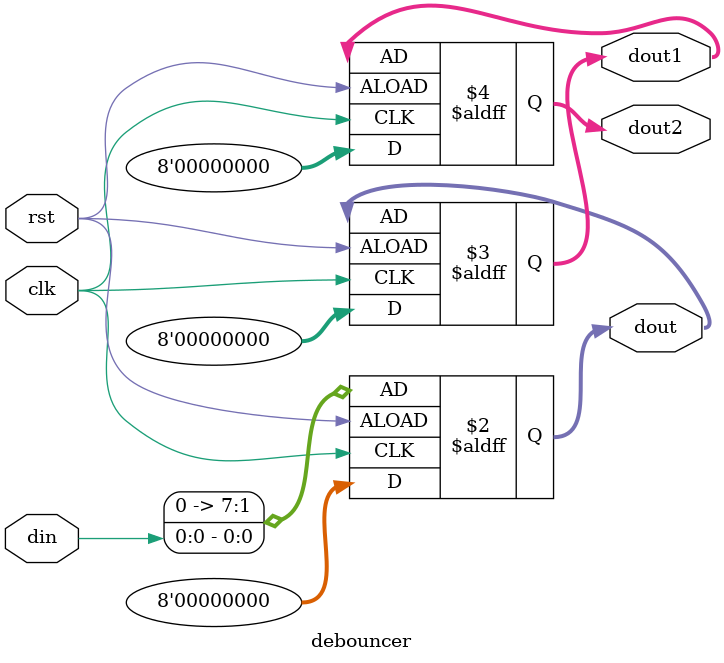
<source format=v>
module debouncer( 
input  clk,rst,
input  din,
output reg [7:0] dout,dout1,dout2

    );
always@(posedge clk or negedge rst)begin
    if(rst) begin
         dout<=8'b00; dout1<=8'b00; dout2<=8'b00; 
    end
    else begin
         dout<=din; dout1<=dout; dout2<=dout1; 
    end
 end
   
endmodule

</source>
